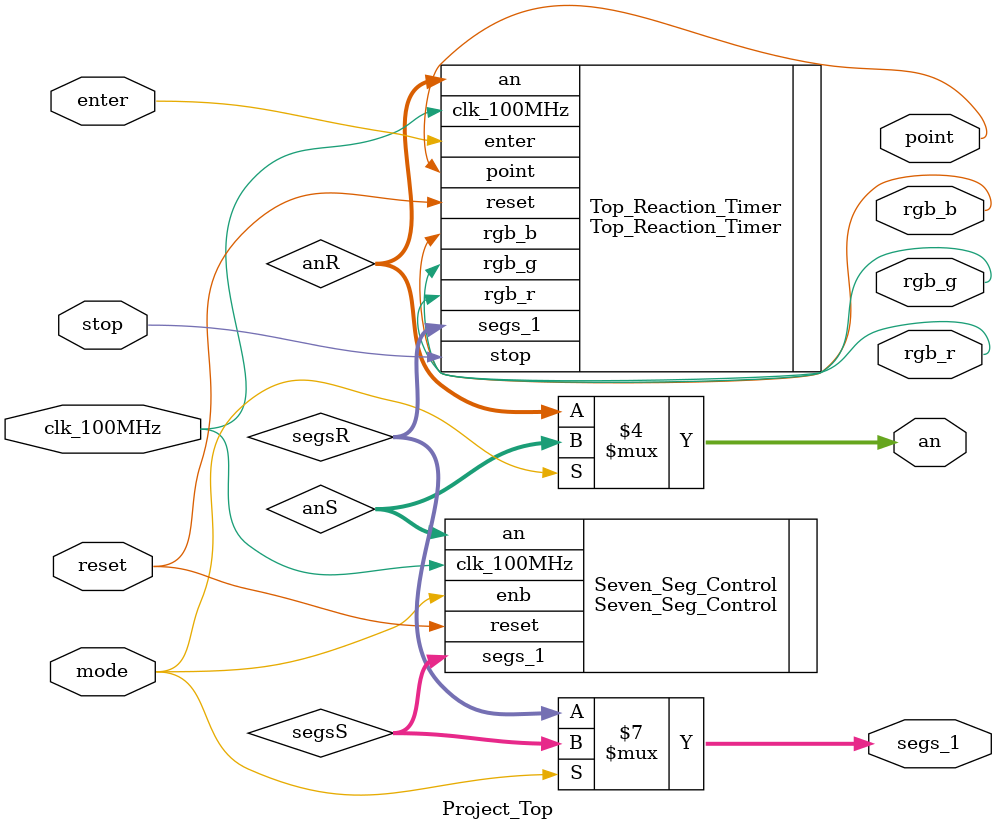
<source format=sv>
`timescale 1ns / 1ps
module Project_Top(input logic mode,clk_100MHz, reset,enter,stop,output logic rgb_r, rgb_g,rgb_b,
output logic [6:0] segs_1 ,output logic [7:0] an,output point);
logic [6:0] segsR, segsS;
logic [7:0] anR, anS;

Top_Reaction_Timer Top_Reaction_Timer(.clk_100MHz(clk_100MHz), .reset(reset),.enter(enter),.stop(stop),.rgb_r(rgb_r),.rgb_g(rgb_g),.rgb_b(rgb_b),
.segs_1(segsR) ,.an(anR), .point(point));

Seven_Seg_Control Seven_Seg_Control(.clk_100MHz(clk_100MHz),.reset(reset),.enb(mode),.segs_1(segsS) ,.an(anS));

always_comb
    begin 
        if(mode==1'b0)
        begin
        segs_1= segsR;
        an = anR;
        end
        else 
        begin
        segs_1 = segsS;
        an = anS;
        end
    end
endmodule


</source>
